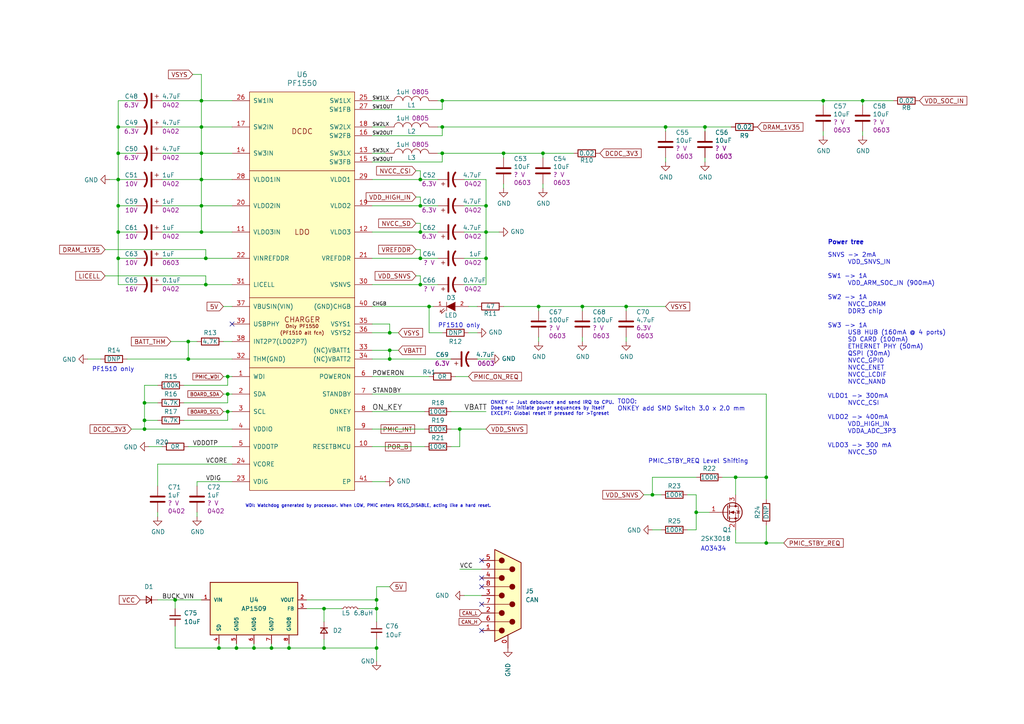
<source format=kicad_sch>
(kicad_sch (version 20211123) (generator eeschema)
  (paper "A4")
  (junction (at 78.74 187.96))
  (junction (at 121.92 74.93))
  (junction (at 59.69 74.93))
  (junction (at 168.91 88.9))
  (junction (at 193.04 36.83))
  (junction (at 34.29 74.93))
  (junction (at 50.8 173.99))
  (junction (at 250.19 29.21))
  (junction (at 121.92 52.07))
  (junction (at 93.98 187.96))
  (junction (at 109.22 176.53))
  (junction (at 34.29 36.83))
  (junction (at 121.92 67.31))
  (junction (at 238.76 29.21))
  (junction (at 66.04 114.3))
  (junction (at 140.97 74.93))
  (junction (at 204.47 36.83))
  (junction (at 41.91 116.84))
  (junction (at 34.29 59.69))
  (junction (at 140.97 59.69))
  (junction (at 83.82 187.96))
  (junction (at 222.25 138.43))
  (junction (at 222.25 157.48))
  (junction (at 113.03 104.14))
  (junction (at 201.93 148.59))
  (junction (at 140.97 67.31))
  (junction (at 121.92 82.55))
  (junction (at 113.03 101.6))
  (junction (at 58.42 44.45))
  (junction (at 109.22 187.96))
  (junction (at 58.42 59.69))
  (junction (at 128.27 36.83))
  (junction (at 34.29 52.07))
  (junction (at 133.35 124.46))
  (junction (at 34.29 44.45))
  (junction (at 128.27 44.45))
  (junction (at 213.36 138.43))
  (junction (at 68.58 187.96))
  (junction (at 113.03 96.52))
  (junction (at 59.69 82.55))
  (junction (at 73.66 187.96))
  (junction (at 41.91 124.46))
  (junction (at 128.27 29.21))
  (junction (at 58.42 29.21))
  (junction (at 93.98 176.53))
  (junction (at 121.92 59.69))
  (junction (at 156.21 88.9))
  (junction (at 109.22 173.99))
  (junction (at 181.61 88.9))
  (junction (at 63.5 187.96))
  (junction (at 124.46 88.9))
  (junction (at 66.04 119.38))
  (junction (at 54.61 99.06))
  (junction (at 58.42 36.83))
  (junction (at 54.61 104.14))
  (junction (at 34.29 67.31))
  (junction (at 66.04 109.22))
  (junction (at 146.05 44.45))
  (junction (at 41.91 121.92))
  (junction (at 157.48 44.45))
  (junction (at 58.42 52.07))
  (junction (at 189.23 143.51))
  (junction (at 58.42 67.31))
  (no_connect (at 139.7 162.56))
  (no_connect (at 67.31 93.98))
  (no_connect (at 139.7 170.18))
  (no_connect (at 139.7 182.88))
  (no_connect (at 139.7 175.26))
  (no_connect (at 139.7 167.64))
  (wire (pts (xy 146.05 88.9) (xy 156.21 88.9)))
  (wire (pts (xy 201.93 153.67) (xy 199.39 153.67)))
  (wire (pts (xy 54.61 99.06) (xy 49.53 99.06)))
  (wire (pts (xy 58.42 36.83) (xy 67.31 36.83)))
  (wire (pts (xy 68.58 186.69) (xy 68.58 187.96)))
  (wire (pts (xy 46.99 29.21) (xy 58.42 29.21)))
  (wire (pts (xy 57.15 148.59) (xy 57.15 149.86)))
  (wire (pts (xy 57.15 140.97) (xy 57.15 139.7)))
  (wire (pts (xy 78.74 187.96) (xy 83.82 187.96)))
  (wire (pts (xy 46.99 82.55) (xy 59.69 82.55)))
  (wire (pts (xy 124.46 88.9) (xy 124.46 96.52)))
  (wire (pts (xy 58.42 36.83) (xy 58.42 44.45)))
  (wire (pts (xy 133.35 124.46) (xy 133.35 129.54)))
  (wire (pts (xy 58.42 59.69) (xy 67.31 59.69)))
  (wire (pts (xy 58.42 29.21) (xy 67.31 29.21)))
  (wire (pts (xy 128.27 29.21) (xy 238.76 29.21)))
  (wire (pts (xy 121.92 82.55) (xy 127 82.55)))
  (wire (pts (xy 104.14 176.53) (xy 109.22 176.53)))
  (wire (pts (xy 168.91 88.9) (xy 181.61 88.9)))
  (wire (pts (xy 50.8 173.99) (xy 58.42 173.99)))
  (wire (pts (xy 127 36.83) (xy 128.27 36.83)))
  (wire (pts (xy 109.22 173.99) (xy 109.22 176.53)))
  (wire (pts (xy 45.72 111.76) (xy 41.91 111.76)))
  (wire (pts (xy 68.58 187.96) (xy 73.66 187.96)))
  (wire (pts (xy 93.98 187.96) (xy 109.22 187.96)))
  (wire (pts (xy 58.42 21.59) (xy 58.42 29.21)))
  (wire (pts (xy 222.25 138.43) (xy 213.36 138.43)))
  (wire (pts (xy 66.04 114.3) (xy 66.04 116.84)))
  (wire (pts (xy 133.35 129.54) (xy 130.81 129.54)))
  (wire (pts (xy 204.47 36.83) (xy 212.09 36.83)))
  (wire (pts (xy 46.99 44.45) (xy 58.42 44.45)))
  (wire (pts (xy 222.25 144.78) (xy 222.25 138.43)))
  (wire (pts (xy 34.29 82.55) (xy 39.37 82.55)))
  (wire (pts (xy 93.98 176.53) (xy 93.98 180.34)))
  (wire (pts (xy 58.42 67.31) (xy 67.31 67.31)))
  (wire (pts (xy 156.21 97.79) (xy 156.21 99.06)))
  (wire (pts (xy 222.25 114.3) (xy 222.25 138.43)))
  (wire (pts (xy 120.65 64.77) (xy 121.92 64.77)))
  (wire (pts (xy 66.04 109.22) (xy 67.31 109.22)))
  (wire (pts (xy 213.36 157.48) (xy 213.36 153.67)))
  (wire (pts (xy 193.04 38.1) (xy 193.04 36.83)))
  (wire (pts (xy 109.22 170.18) (xy 109.22 173.99)))
  (wire (pts (xy 66.04 114.3) (xy 64.77 114.3)))
  (wire (pts (xy 120.65 49.53) (xy 121.92 49.53)))
  (wire (pts (xy 45.72 134.62) (xy 67.31 134.62)))
  (wire (pts (xy 121.92 64.77) (xy 121.92 67.31)))
  (wire (pts (xy 54.61 104.14) (xy 36.83 104.14)))
  (wire (pts (xy 130.81 119.38) (xy 140.97 119.38)))
  (wire (pts (xy 134.62 67.31) (xy 140.97 67.31)))
  (wire (pts (xy 39.37 59.69) (xy 34.29 59.69)))
  (wire (pts (xy 120.65 72.39) (xy 121.92 72.39)))
  (wire (pts (xy 66.04 119.38) (xy 67.31 119.38)))
  (wire (pts (xy 113.03 96.52) (xy 115.57 96.52)))
  (wire (pts (xy 64.77 99.06) (xy 67.31 99.06)))
  (wire (pts (xy 107.95 139.7) (xy 111.76 139.7)))
  (wire (pts (xy 181.61 90.17) (xy 181.61 88.9)))
  (wire (pts (xy 201.93 138.43) (xy 189.23 138.43)))
  (wire (pts (xy 34.29 29.21) (xy 34.29 36.83)))
  (wire (pts (xy 107.95 119.38) (xy 123.19 119.38)))
  (wire (pts (xy 157.48 45.72) (xy 157.48 44.45)))
  (wire (pts (xy 227.33 157.48) (xy 222.25 157.48)))
  (wire (pts (xy 189.23 138.43) (xy 189.23 143.51)))
  (wire (pts (xy 107.95 36.83) (xy 111.76 36.83)))
  (wire (pts (xy 34.29 52.07) (xy 34.29 59.69)))
  (wire (pts (xy 134.62 59.69) (xy 140.97 59.69)))
  (wire (pts (xy 34.29 36.83) (xy 34.29 44.45)))
  (wire (pts (xy 63.5 186.69) (xy 63.5 187.96)))
  (wire (pts (xy 34.29 52.07) (xy 31.75 52.07)))
  (wire (pts (xy 128.27 46.99) (xy 128.27 44.45)))
  (wire (pts (xy 67.31 104.14) (xy 54.61 104.14)))
  (wire (pts (xy 78.74 186.69) (xy 78.74 187.96)))
  (wire (pts (xy 109.22 187.96) (xy 109.22 185.42)))
  (wire (pts (xy 113.03 104.14) (xy 130.81 104.14)))
  (wire (pts (xy 107.95 59.69) (xy 121.92 59.69)))
  (wire (pts (xy 30.48 72.39) (xy 59.69 72.39)))
  (wire (pts (xy 107.95 93.98) (xy 113.03 93.98)))
  (wire (pts (xy 34.29 44.45) (xy 34.29 52.07)))
  (wire (pts (xy 128.27 44.45) (xy 146.05 44.45)))
  (wire (pts (xy 128.27 31.75) (xy 107.95 31.75)))
  (wire (pts (xy 113.03 93.98) (xy 113.03 96.52)))
  (wire (pts (xy 193.04 45.72) (xy 193.04 46.99)))
  (wire (pts (xy 204.47 45.72) (xy 204.47 46.99)))
  (wire (pts (xy 121.92 80.01) (xy 121.92 82.55)))
  (wire (pts (xy 93.98 185.42) (xy 93.98 187.96)))
  (wire (pts (xy 142.24 104.14) (xy 138.43 104.14)))
  (wire (pts (xy 209.55 138.43) (xy 213.36 138.43)))
  (wire (pts (xy 199.39 143.51) (xy 201.93 143.51)))
  (wire (pts (xy 34.29 67.31) (xy 39.37 67.31)))
  (wire (pts (xy 50.8 187.96) (xy 63.5 187.96)))
  (wire (pts (xy 67.31 124.46) (xy 41.91 124.46)))
  (wire (pts (xy 121.92 67.31) (xy 127 67.31)))
  (wire (pts (xy 191.77 143.51) (xy 189.23 143.51)))
  (wire (pts (xy 45.72 173.99) (xy 50.8 173.99)))
  (wire (pts (xy 130.81 124.46) (xy 133.35 124.46)))
  (wire (pts (xy 146.05 45.72) (xy 146.05 44.45)))
  (wire (pts (xy 107.95 67.31) (xy 121.92 67.31)))
  (wire (pts (xy 58.42 52.07) (xy 58.42 59.69)))
  (wire (pts (xy 54.61 129.54) (xy 67.31 129.54)))
  (wire (pts (xy 168.91 97.79) (xy 168.91 99.06)))
  (wire (pts (xy 107.95 114.3) (xy 222.25 114.3)))
  (wire (pts (xy 88.9 173.99) (xy 109.22 173.99)))
  (wire (pts (xy 140.97 52.07) (xy 140.97 59.69)))
  (wire (pts (xy 64.77 88.9) (xy 67.31 88.9)))
  (wire (pts (xy 121.92 72.39) (xy 121.92 74.93)))
  (wire (pts (xy 181.61 97.79) (xy 181.61 99.06)))
  (wire (pts (xy 120.65 57.15) (xy 121.92 57.15)))
  (wire (pts (xy 193.04 36.83) (xy 204.47 36.83)))
  (wire (pts (xy 128.27 31.75) (xy 128.27 29.21)))
  (wire (pts (xy 34.29 74.93) (xy 34.29 82.55)))
  (wire (pts (xy 25.4 104.14) (xy 29.21 104.14)))
  (wire (pts (xy 201.93 143.51) (xy 201.93 148.59)))
  (wire (pts (xy 59.69 74.93) (xy 67.31 74.93)))
  (wire (pts (xy 121.92 49.53) (xy 121.92 52.07)))
  (wire (pts (xy 127 44.45) (xy 128.27 44.45)))
  (wire (pts (xy 41.91 116.84) (xy 41.91 121.92)))
  (wire (pts (xy 128.27 36.83) (xy 193.04 36.83)))
  (wire (pts (xy 156.21 90.17) (xy 156.21 88.9)))
  (wire (pts (xy 168.91 90.17) (xy 168.91 88.9)))
  (wire (pts (xy 41.91 124.46) (xy 38.1 124.46)))
  (wire (pts (xy 146.05 53.34) (xy 146.05 54.61)))
  (wire (pts (xy 107.95 82.55) (xy 121.92 82.55)))
  (wire (pts (xy 238.76 30.48) (xy 238.76 29.21)))
  (wire (pts (xy 121.92 74.93) (xy 107.95 74.93)))
  (wire (pts (xy 250.19 38.1) (xy 250.19 39.37)))
  (wire (pts (xy 107.95 88.9) (xy 124.46 88.9)))
  (wire (pts (xy 146.05 44.45) (xy 157.48 44.45)))
  (wire (pts (xy 66.04 119.38) (xy 66.04 121.92)))
  (wire (pts (xy 41.91 121.92) (xy 41.91 124.46)))
  (wire (pts (xy 39.37 29.21) (xy 34.29 29.21)))
  (wire (pts (xy 34.29 52.07) (xy 39.37 52.07)))
  (wire (pts (xy 186.69 143.51) (xy 189.23 143.51)))
  (wire (pts (xy 238.76 38.1) (xy 238.76 39.37)))
  (wire (pts (xy 55.88 21.59) (xy 58.42 21.59)))
  (wire (pts (xy 30.48 80.01) (xy 59.69 80.01)))
  (wire (pts (xy 58.42 44.45) (xy 58.42 52.07)))
  (wire (pts (xy 50.8 173.99) (xy 50.8 176.53)))
  (wire (pts (xy 73.66 186.69) (xy 73.66 187.96)))
  (wire (pts (xy 39.37 44.45) (xy 34.29 44.45)))
  (wire (pts (xy 73.66 187.96) (xy 78.74 187.96)))
  (wire (pts (xy 41.91 116.84) (xy 45.72 116.84)))
  (wire (pts (xy 54.61 104.14) (xy 54.61 99.06)))
  (wire (pts (xy 127 29.21) (xy 128.27 29.21)))
  (wire (pts (xy 107.95 124.46) (xy 123.19 124.46)))
  (wire (pts (xy 121.92 59.69) (xy 127 59.69)))
  (wire (pts (xy 124.46 96.52) (xy 128.27 96.52)))
  (wire (pts (xy 58.42 44.45) (xy 67.31 44.45)))
  (wire (pts (xy 181.61 88.9) (xy 193.04 88.9)))
  (wire (pts (xy 201.93 148.59) (xy 201.93 153.67)))
  (wire (pts (xy 204.47 38.1) (xy 204.47 36.83)))
  (wire (pts (xy 107.95 101.6) (xy 113.03 101.6)))
  (wire (pts (xy 140.97 82.55) (xy 134.62 82.55)))
  (wire (pts (xy 157.48 53.34) (xy 157.48 54.61)))
  (wire (pts (xy 222.25 152.4) (xy 222.25 157.48)))
  (wire (pts (xy 133.35 124.46) (xy 140.97 124.46)))
  (wire (pts (xy 53.34 116.84) (xy 66.04 116.84)))
  (wire (pts (xy 83.82 187.96) (xy 93.98 187.96)))
  (wire (pts (xy 109.22 187.96) (xy 109.22 191.77)))
  (wire (pts (xy 58.42 59.69) (xy 58.42 67.31)))
  (wire (pts (xy 64.77 119.38) (xy 66.04 119.38)))
  (wire (pts (xy 113.03 96.52) (xy 107.95 96.52)))
  (wire (pts (xy 45.72 148.59) (xy 45.72 149.86)))
  (wire (pts (xy 113.03 101.6) (xy 113.03 104.14)))
  (wire (pts (xy 115.57 101.6) (xy 113.03 101.6)))
  (wire (pts (xy 107.95 46.99) (xy 128.27 46.99)))
  (wire (pts (xy 53.34 121.92) (xy 66.04 121.92)))
  (wire (pts (xy 59.69 80.01) (xy 59.69 82.55)))
  (wire (pts (xy 120.65 80.01) (xy 121.92 80.01)))
  (wire (pts (xy 46.99 74.93) (xy 59.69 74.93)))
  (wire (pts (xy 250.19 29.21) (xy 259.08 29.21)))
  (wire (pts (xy 54.61 99.06) (xy 57.15 99.06)))
  (wire (pts (xy 107.95 109.22) (xy 124.46 109.22)))
  (wire (pts (xy 140.97 59.69) (xy 140.97 67.31)))
  (wire (pts (xy 46.99 52.07) (xy 58.42 52.07)))
  (wire (pts (xy 45.72 140.97) (xy 45.72 134.62)))
  (wire (pts (xy 59.69 82.55) (xy 67.31 82.55)))
  (wire (pts (xy 113.03 104.14) (xy 107.95 104.14)))
  (wire (pts (xy 140.97 74.93) (xy 140.97 82.55)))
  (wire (pts (xy 63.5 187.96) (xy 68.58 187.96)))
  (wire (pts (xy 88.9 176.53) (xy 93.98 176.53)))
  (wire (pts (xy 121.92 52.07) (xy 127 52.07)))
  (wire (pts (xy 46.99 67.31) (xy 58.42 67.31)))
  (wire (pts (xy 238.76 29.21) (xy 250.19 29.21)))
  (wire (pts (xy 109.22 176.53) (xy 109.22 180.34)))
  (wire (pts (xy 57.15 139.7) (xy 67.31 139.7)))
  (wire (pts (xy 58.42 52.07) (xy 67.31 52.07)))
  (wire (pts (xy 222.25 157.48) (xy 213.36 157.48)))
  (wire (pts (xy 156.21 88.9) (xy 168.91 88.9)))
  (wire (pts (xy 34.29 74.93) (xy 39.37 74.93)))
  (wire (pts (xy 34.29 67.31) (xy 34.29 74.93)))
  (wire (pts (xy 121.92 57.15) (xy 121.92 59.69)))
  (wire (pts (xy 41.91 121.92) (xy 45.72 121.92)))
  (wire (pts (xy 134.62 52.07) (xy 140.97 52.07)))
  (wire (pts (xy 107.95 29.21) (xy 111.76 29.21)))
  (wire (pts (xy 64.77 109.22) (xy 66.04 109.22)))
  (wire (pts (xy 128.27 39.37) (xy 128.27 36.83)))
  (wire (pts (xy 133.35 165.1) (xy 139.7 165.1)))
  (wire (pts (xy 107.95 129.54) (xy 123.19 129.54)))
  (wire (pts (xy 66.04 109.22) (xy 66.04 111.76)))
  (wire (pts (xy 191.77 153.67) (xy 189.23 153.67)))
  (wire (pts (xy 67.31 114.3) (xy 66.04 114.3)))
  (wire (pts (xy 34.29 59.69) (xy 34.29 67.31)))
  (wire (pts (xy 140.97 67.31) (xy 140.97 74.93)))
  (wire (pts (xy 107.95 52.07) (xy 121.92 52.07)))
  (wire (pts (xy 58.42 29.21) (xy 58.42 36.83)))
  (wire (pts (xy 132.08 109.22) (xy 135.89 109.22)))
  (wire (pts (xy 59.69 72.39) (xy 59.69 74.93)))
  (wire (pts (xy 93.98 176.53) (xy 99.06 176.53)))
  (wire (pts (xy 124.46 88.9) (xy 125.73 88.9)))
  (wire (pts (xy 46.99 36.83) (xy 58.42 36.83)))
  (wire (pts (xy 157.48 44.45) (xy 166.37 44.45)))
  (wire (pts (xy 201.93 148.59) (xy 205.74 148.59)))
  (wire (pts (xy 109.22 170.18) (xy 113.03 170.18)))
  (wire (pts (xy 46.99 129.54) (xy 43.18 129.54)))
  (wire (pts (xy 83.82 186.69) (xy 83.82 187.96)))
  (wire (pts (xy 134.62 74.93) (xy 140.97 74.93)))
  (wire (pts (xy 127 74.93) (xy 121.92 74.93)))
  (wire (pts (xy 107.95 39.37) (xy 128.27 39.37)))
  (wire (pts (xy 50.8 187.96) (xy 50.8 181.61)))
  (wire (pts (xy 135.89 96.52) (xy 138.43 96.52)))
  (wire (pts (xy 53.34 111.76) (xy 66.04 111.76)))
  (wire (pts (xy 135.89 88.9) (xy 138.43 88.9)))
  (wire (pts (xy 46.99 59.69) (xy 58.42 59.69)))
  (wire (pts (xy 250.19 30.48) (xy 250.19 29.21)))
  (wire (pts (xy 134.62 172.72) (xy 139.7 172.72)))
  (wire (pts (xy 213.36 138.43) (xy 213.36 143.51)))
  (wire (pts (xy 140.97 67.31) (xy 144.78 67.31)))
  (wire (pts (xy 41.91 111.76) (xy 41.91 116.84)))
  (wire (pts (xy 34.29 36.83) (xy 39.37 36.83)))
  (wire (pts (xy 107.95 44.45) (xy 111.76 44.45)))
  (text "WDI: Watchdog generated by processor. When LOW, PMIC enters REGS_DISABLE, acting like a hard reset." (at 71.12 147.32 0) (effects (font (size 0.889 0.889)) (justify left bottom)))
  (text "AO3434" (at 203.2 160.02 0) (effects (font (size 1.27 1.27)) (justify left bottom)))
  (text "PF1510 only" (at 127 95.25 0) (effects (font (size 1.27 1.27)) (justify left bottom)))
  (text "TODO:\nONKEY add SMD Switch 3.0 x 2.0 mm" (at 179.07 119.38 0) (effects (font (size 1.27 1.27)) (justify left bottom)))
  (text "PMIC_STBY_REQ Level Shifting" (at 187.96 134.62 0) (effects (font (size 1.27 1.27)) (justify left bottom)))
  (text "PF1510 only" (at 26.67 107.95 0) (effects (font (size 1.27 1.27)) (justify left bottom)))
  (text "SNVS -> 2mA\n      VDD_SNVS_IN\n\nSW1 -> 1A\n      VDD_ARM_SOC_IN (900mA)\n\nSW2 -> 1A\n      NVCC_DRAM\n      DDR3 chip\n\nSW3 -> 1A\n      USB HUB (160mA @ 4 ports)\n      SD CARD (100mA)\n      ETHERNET PHY (50mA)\n      QSPI (30mA) \n      NVCC_GPIO\n      NVCC_ENET\n      NVCC_LCDIF\n      NVCC_NAND\n\nVLDO1 -> 300mA\n      NVCC_CSI\n\nVLDO2 -> 400mA\n      VDD_HIGH_IN\n      VDDA_ADC_3P3\n\nVLDO3 -> 300 mA\n      NVCC_SD" (at 240.03 132.08 0) (effects (font (size 1.27 1.27)) (justify left bottom)))
  (text "ONKEY - Just debounce and send IRQ to CPU.\nDoes not initiate power sequences by itself\nEXCEPT: Global reset if pressed for >Tgreset" (at 142.24 120.65 0) (effects (font (size 0.9906 0.9906)) (justify left bottom)))
  (text "Power tree" (at 240.03 71.12 0) (effects (font (size 1.27 1.27) (thickness 0.254) bold) (justify left bottom)))
  (label "SW2OUT" (at 107.95 39.37 0) (effects (font (size 0.9906 0.9906))))
  (label "POWERON" (at 107.95 109.22 0))
  (label "SW1OUT" (at 107.95 31.75 0) (effects (font (size 0.9906 0.9906))))
  (label "VDDOTP" (at 55.88 129.54 0))
  (label "SW3OUT" (at 107.95 46.99 0) (effects (font (size 0.9906 0.9906))))
  (label "SW3LX" (at 107.95 44.45 0) (effects (font (size 0.9906 0.9906))))
  (label "BUCK_VIN" (at 46.99 173.99 0))
  (label "ON_KEY" (at 107.95 119.38 0) (effects (font (size 1.524 1.524))))
  (label "SW1LX" (at 107.95 29.21 0) (effects (font (size 0.9906 0.9906))))
  (label "VBATT" (at 134.62 119.38 0) (effects (font (size 1.524 1.524))))
  (label "STANDBY" (at 107.95 114.3 0))
  (label "CHGB" (at 107.95 88.9 0) (effects (font (size 0.9906 0.9906))))
  (label "VCC" (at 133.35 165.1 0))
  (label "VDIG" (at 59.69 139.7 0))
  (label "VCORE" (at 59.69 134.62 0))
  (label "SW2LX" (at 107.95 36.83 0) (effects (font (size 0.9906 0.9906))))
  (global_label "NVCC_CSI" (shape input) (at 120.65 49.53 180) (property "Intersheet References" "${INTERSHEET_REFS}" (effects hide)))
  (global_label "PMIC_WDI" (shape input) (at 64.77 109.22 180) (effects (font (size 0.9906 0.9906))) (property "Intersheet References" "${INTERSHEET_REFS}" (effects hide)))
  (global_label "CAN_L" (shape input) (at 139.7 177.8 180) (effects (font (size 0.9906 0.9906))) (property "Intersheet References" "${INTERSHEET_REFS}" (effects hide)))
  (global_label "LICELL" (shape input) (at 30.48 80.01 180) (property "Intersheet References" "${INTERSHEET_REFS}" (effects hide)))
  (global_label "DCDC_3V3" (shape input) (at 38.1 124.46 180) (property "Intersheet References" "${INTERSHEET_REFS}" (effects hide)))
  (global_label "NVCC_SD" (shape input) (at 120.65 64.77 180) (property "Intersheet References" "${INTERSHEET_REFS}" (effects hide)))
  (global_label "VDD_SNVS" (shape input) (at 140.97 124.46 0) (property "Intersheet References" "${INTERSHEET_REFS}" (effects hide)))
  (global_label "VBATT" (shape input) (at 115.57 101.6 0) (property "Intersheet References" "${INTERSHEET_REFS}" (effects hide)))
  (global_label "VDD_SOC_IN" (shape input) (at 266.7 29.21 0) (property "Intersheet References" "${INTERSHEET_REFS}" (effects hide)))
  (global_label "VCC" (shape input) (at 40.64 173.99 180) (property "Intersheet References" "${INTERSHEET_REFS}" (effects hide)))
  (global_label "PMIC_INT" (shape passive) (at 110.49 124.46 0) (property "Intersheet References" "${INTERSHEET_REFS}" (effects hide)))
  (global_label "5V" (shape input) (at 113.03 170.18 0) (property "Intersheet References" "${INTERSHEET_REFS}" (effects hide)))
  (global_label "BATT_THM" (shape input) (at 49.53 99.06 180) (property "Intersheet References" "${INTERSHEET_REFS}" (effects hide)))
  (global_label "VDD_HIGH_IN" (shape input) (at 120.65 57.15 180) (property "Intersheet References" "${INTERSHEET_REFS}" (effects hide)))
  (global_label "DRAM_1V35" (shape input) (at 30.48 72.39 180) (property "Intersheet References" "${INTERSHEET_REFS}" (effects hide)))
  (global_label "VDD_SNVS" (shape input) (at 186.69 143.51 180) (property "Intersheet References" "${INTERSHEET_REFS}" (effects hide)))
  (global_label "DCDC_3V3" (shape input) (at 173.99 44.45 0) (property "Intersheet References" "${INTERSHEET_REFS}" (effects hide)))
  (global_label "VSYS" (shape input) (at 115.57 96.52 0) (property "Intersheet References" "${INTERSHEET_REFS}" (effects hide)))
  (global_label "VSYS" (shape input) (at 193.04 88.9 0) (property "Intersheet References" "${INTERSHEET_REFS}" (effects hide)))
  (global_label "VSYS" (shape input) (at 55.88 21.59 180) (property "Intersheet References" "${INTERSHEET_REFS}" (effects hide)))
  (global_label "POR_B" (shape passive) (at 111.76 129.54 0) (property "Intersheet References" "${INTERSHEET_REFS}" (effects hide)))
  (global_label "DRAM_1V35" (shape input) (at 219.71 36.83 0) (property "Intersheet References" "${INTERSHEET_REFS}" (effects hide)))
  (global_label "BOARD_SCL" (shape input) (at 64.77 119.38 180) (effects (font (size 0.9906 0.9906))) (property "Intersheet References" "${INTERSHEET_REFS}" (effects hide)))
  (global_label "PMIC_ON_REQ" (shape input) (at 135.89 109.22 0) (property "Intersheet References" "${INTERSHEET_REFS}" (effects hide)))
  (global_label "VDD_SNVS" (shape input) (at 120.65 80.01 180) (property "Intersheet References" "${INTERSHEET_REFS}" (effects hide)))
  (global_label "PMIC_STBY_REQ" (shape input) (at 227.33 157.48 0) (property "Intersheet References" "${INTERSHEET_REFS}" (effects hide)))
  (global_label "VREFDDR" (shape input) (at 120.65 72.39 180) (property "Intersheet References" "${INTERSHEET_REFS}" (effects hide)))
  (global_label "CAN_H" (shape input) (at 139.7 180.34 180) (effects (font (size 0.9906 0.9906))) (property "Intersheet References" "${INTERSHEET_REFS}" (effects hide)))
  (global_label "5V" (shape input) (at 64.77 88.9 180) (property "Intersheet References" "${INTERSHEET_REFS}" (effects hide)))
  (global_label "BOARD_SDA" (shape input) (at 64.77 114.3 180) (effects (font (size 0.9906 0.9906))) (property "Intersheet References" "${INTERSHEET_REFS}" (effects hide)))
  (symbol (lib_id "custom_components:PF1550") (at 87.63 26.67 0) (unit 1)
    (property "Reference" "U6" (at 87.63 21.59 0) (effects (font (size 1.524 1.524))))
    (property "Value" "PF1550" (at 87.63 24.13 0) (effects (font (size 1.524 1.524))))
    (property "Footprint" "Package_DFN_QFN:QFN-40-1EP_5x5mm_P0.4mm_EP3.6x3.6mm_ThermalVias" (effects hide))
    (property "DNP" "DNP" (effects hide))
    (property "MPN" "MC32PF1550A1EPR2" (effects hide))
  )
  (symbol (lib_id "nano-rescue:CP1") (at 43.18 29.21 270) (unit 1)
    (property "Reference" "C48" (at 38.1 27.94 90))
    (property "Value" "4.7uF" (at 46.99 27.94 90) (effects (justify left)))
    (property "Footprint" "Custom Components:C_0402_narrow" (effects hide))
    (property "Voltage" "6.3V" (at 38.1 30.48 90))
    (property "SMD Size" "0402" (at 49.53 30.48 90))
    (property "LCSC" "C23733" (effects hide))
    (property "MPN" "CL05A475MP5NRNC" (effects hide))
    (property "PACKAGE" "0402" (effects hide))
    (property "DESCRIPTION" "CAP CER 4.7UF 6.3V X6S 0402" (effects hide))
  )
  (symbol (lib_id "nano-rescue:LED-RESCUE-nano") (at 130.81 88.9 0) (unit 1)
    (property "Reference" "D3" (at 130.81 86.36 0))
    (property "Value" "LED" (at 130.81 91.44 0))
    (property "Footprint" "LED_SMD:LED_0402_1005Metric" (effects hide))
    (property "DNP" "DNP" (effects hide))
    (property "PACKAGE" "0402" (effects hide))
  )
  (symbol (lib_id "nano-rescue:R") (at 142.24 88.9 90) (mirror x) (unit 1)
    (property "Reference" "R11" (at 142.24 90.932 90))
    (property "Value" "47" (at 142.24 88.9 90))
    (property "Footprint" "Custom Components:R_0402_narrow" (effects hide))
    (property "PACKAGE" "0402" (effects hide))
    (property "DNP" "DNP" (effects hide))
  )
  (symbol (lib_id "nano-rescue:INDUCTOR") (at 119.38 29.21 270) (mirror x) (unit 1)
    (property "Reference" "L1" (at 119.38 30.48 90))
    (property "Value" "1uH" (at 116.84 26.67 90))
    (property "Footprint" "Custom Components:L_0805_narrow" (effects hide))
    (property "SMD size" "0805" (at 121.92 26.67 90))
    (property "LCSC" "C1042" (effects hide))
    (property "MPN" "SDFL2012Q1R0KTF" (effects hide))
    (property "DESCRIPTION" "FIXED IND 1UH SMD" (effects hide))
    (property "PACKAGE" "0805" (effects hide))
  )
  (symbol (lib_id "nano-rescue:R") (at 262.89 29.21 90) (mirror x) (unit 1)
    (property "Reference" "R8" (at 262.89 31.242 90))
    (property "Value" "0.02" (at 262.89 29.21 90))
    (property "Footprint" "Custom Components:R_0402_narrow" (effects hide))
    (property "MPN" "PE0402FRF070R02L" (effects hide))
    (property "PACKAGE" "0402" (effects hide))
    (property "DESCRIPTION" "RES 0.02 OHM 1% 1/16W 0402" (effects hide))
  )
  (symbol (lib_id "nano-rescue:R") (at 215.9 36.83 90) (mirror x) (unit 1)
    (property "Reference" "R9" (at 215.9 39.37 90))
    (property "Value" "0.02" (at 215.9 36.83 90))
    (property "Footprint" "Custom Components:R_0402_narrow" (effects hide))
    (property "MPN" "PE0402FRF070R02L" (effects hide))
    (property "PACKAGE" "0402" (effects hide))
    (property "DESCRIPTION" "RES 0.02 OHM 1% 1/16W 0402" (effects hide))
  )
  (symbol (lib_id "nano-rescue:R") (at 170.18 44.45 90) (mirror x) (unit 1)
    (property "Reference" "R10" (at 170.18 46.482 90))
    (property "Value" "0.02" (at 170.18 44.45 90))
    (property "Footprint" "Custom Components:R_0402_narrow" (effects hide))
    (property "MPN" "PE0402FRF070R02L" (effects hide))
    (property "PACKAGE" "0402" (effects hide))
    (property "DESCRIPTION" "RES 0.02 OHM 1% 1/16W 0402" (effects hide))
  )
  (symbol (lib_id "nano-rescue:R") (at 49.53 111.76 90) (mirror x) (unit 1)
    (property "Reference" "R15" (at 49.53 109.22 90))
    (property "Value" "100K" (at 49.53 111.76 90))
    (property "Footprint" "Custom Components:R_0402_narrow" (effects hide))
    (property "LCSC" "C25741" (effects hide))
    (property "MPN" "0402WGF1003TCE" (effects hide))
    (property "PACKAGE" "0402" (effects hide))
    (property "DESCRIPTION" "RES 100K OHM 5% 1/16W 0402" (effects hide))
  )
  (symbol (lib_id "nano-rescue:R") (at 49.53 116.84 90) (mirror x) (unit 1)
    (property "Reference" "R16" (at 49.53 114.3 90))
    (property "Value" "4.7K" (at 49.53 116.84 90))
    (property "Footprint" "Custom Components:R_0402_narrow" (effects hide))
    (property "LCSC" "C25900" (effects hide))
    (property "MPN" "0402WGF4701TCE" (effects hide))
    (property "PACKAGE" "0402" (effects hide))
    (property "DESCRIPTION" "RES 4.7K OHM 5% 1/16W 0402" (effects hide))
  )
  (symbol (lib_id "nano-rescue:R") (at 49.53 121.92 90) (mirror x) (unit 1)
    (property "Reference" "R17" (at 49.53 119.38 90))
    (property "Value" "4.7K" (at 49.53 121.92 90))
    (property "Footprint" "Custom Components:R_0402_narrow" (effects hide))
    (property "LCSC" "C25900" (effects hide))
    (property "MPN" "0402WGF4701TCE" (effects hide))
    (property "PACKAGE" "0402" (effects hide))
    (property "DESCRIPTION" "RES 4.7K OHM 5% 1/16W 0402" (effects hide))
  )
  (symbol (lib_id "nano-rescue:R") (at 127 124.46 90) (mirror x) (unit 1)
    (property "Reference" "R19" (at 127 121.92 90))
    (property "Value" "100K" (at 127 124.46 90))
    (property "Footprint" "Custom Components:R_0402_narrow" (effects hide))
    (property "LCSC" "C25741" (effects hide))
    (property "MPN" "0402WGF1003TCE" (effects hide))
    (property "PACKAGE" "0402" (effects hide))
    (property "DESCRIPTION" "RES 100K OHM 5% 1/16W 0402" (effects hide))
  )
  (symbol (lib_id "nano-rescue:R") (at 127 129.54 90) (mirror x) (unit 1)
    (property "Reference" "R21" (at 127 127 90))
    (property "Value" "100K" (at 127 129.54 90))
    (property "Footprint" "Custom Components:R_0402_narrow" (effects hide))
    (property "LCSC" "C25741" (effects hide))
    (property "MPN" "0402WGF1003TCE" (effects hide))
    (property "PACKAGE" "0402" (effects hide))
    (property "DESCRIPTION" "RES 100K OHM 5% 1/16W 0402" (effects hide))
  )
  (symbol (lib_id "nano-rescue:R") (at 127 119.38 90) (mirror x) (unit 1)
    (property "Reference" "R18" (at 127 116.84 90))
    (property "Value" "100K" (at 127 119.38 90))
    (property "Footprint" "Custom Components:R_0402_narrow" (effects hide))
    (property "LCSC" "C25741" (effects hide))
    (property "MPN" "0402WGF1003TCE" (effects hide))
    (property "PACKAGE" "0402" (effects hide))
    (property "DESCRIPTION" "RES 100K OHM 5% 1/16W 0402" (effects hide))
  )
  (symbol (lib_id "nano-rescue:R") (at 50.8 129.54 90) (mirror x) (unit 1)
    (property "Reference" "R20" (at 46.99 128.27 90))
    (property "Value" "0R" (at 50.8 129.54 90))
    (property "Footprint" "Custom Components:R_0402_narrow" (effects hide))
    (property "LCSC" "C17168" (effects hide))
    (property "MPN" "0402WGF0000TCE" (effects hide))
    (property "PACKAGE" "0402" (effects hide))
    (property "DESCRIPTION" "RES 0 OHM JUMPER 1/16W 0402" (effects hide))
  )
  (symbol (lib_id "nano-rescue:R") (at 60.96 99.06 90) (mirror x) (unit 1)
    (property "Reference" "R13" (at 60.96 96.52 90))
    (property "Value" "4.7K" (at 60.96 99.06 90))
    (property "Footprint" "Custom Components:R_0402_narrow" (effects hide))
    (property "LCSC" "C25900" (effects hide))
    (property "MPN" "0402WGF4701TCE" (effects hide))
    (property "PACKAGE" "0402" (effects hide))
    (property "DESCRIPTION" "RES 4.7K OHM 5% 1/16W 0402" (effects hide))
  )
  (symbol (lib_id "nano-rescue:R") (at 33.02 104.14 90) (mirror x) (unit 1)
    (property "Reference" "R14" (at 33.02 101.6 90))
    (property "Value" "DNP" (at 33.02 104.14 90))
    (property "Footprint" "Custom Components:R_0402_narrow" (effects hide))
    (property "PACKAGE" "0402" (effects hide))
  )
  (symbol (lib_id "nano-rescue:R") (at 132.08 96.52 90) (mirror x) (unit 1)
    (property "Reference" "R12" (at 132.08 99.06 90))
    (property "Value" "DNP" (at 132.08 96.52 90))
    (property "Footprint" "Custom Components:R_0402_narrow" (effects hide))
    (property "PACKAGE" "0402" (effects hide))
  )
  (symbol (lib_id "Device:Q_NMOS_GSD") (at 210.82 148.59 0) (unit 1)
    (property "Reference" "Q1" (at 209.55 153.67 0) (effects (justify left)))
    (property "Value" "2SK3018" (at 203.2 156.21 0) (effects (justify left)))
    (property "Footprint" "Package_TO_SOT_SMD:SOT-23" (effects hide))
    (property "MPN" "2SK3018" (effects hide))
    (property "LCSC" "C8562" (effects hide))
    (property "DESCRIPTION" "MOSFET N-CH 30V 100MA SOT323" (effects hide))
  )
  (symbol (lib_id "nano-rescue:R") (at 195.58 143.51 90) (mirror x) (unit 1)
    (property "Reference" "R23" (at 195.58 140.97 90))
    (property "Value" "100K" (at 195.58 143.51 90))
    (property "Footprint" "Custom Components:R_0402_narrow" (effects hide))
    (property "LCSC" "C25741" (effects hide))
    (property "MPN" "0402WGF1003TCE" (effects hide))
    (property "PACKAGE" "0402" (effects hide))
    (property "DESCRIPTION" "RES 100K OHM 5% 1/16W 0402" (effects hide))
  )
  (symbol (lib_id "nano-rescue:R") (at 195.58 153.67 90) (mirror x) (unit 1)
    (property "Reference" "R25" (at 195.58 151.13 90))
    (property "Value" "100K" (at 195.58 153.67 90))
    (property "Footprint" "Custom Components:R_0402_narrow" (effects hide))
    (property "LCSC" "C25741" (effects hide))
    (property "MPN" "0402WGF1003TCE" (effects hide))
    (property "PACKAGE" "0402" (effects hide))
    (property "DESCRIPTION" "RES 100K OHM 5% 1/16W 0402" (effects hide))
  )
  (symbol (lib_id "nano-rescue:R") (at 205.74 138.43 90) (mirror x) (unit 1)
    (property "Reference" "R22" (at 205.74 135.89 90))
    (property "Value" "100K" (at 205.74 138.43 90))
    (property "Footprint" "Custom Components:R_0402_narrow" (effects hide))
    (property "LCSC" "C25741" (effects hide))
    (property "MPN" "0402WGF1003TCE" (effects hide))
    (property "PACKAGE" "0402" (effects hide))
    (property "DESCRIPTION" "RES 100K OHM 5% 1/16W 0402" (effects hide))
  )
  (symbol (lib_id "nano-rescue:R") (at 222.25 148.59 0) (mirror y) (unit 1)
    (property "Reference" "R24" (at 219.71 148.59 90))
    (property "Value" "DNP" (at 222.25 148.59 90))
    (property "Footprint" "Custom Components:R_0402_narrow" (effects hide))
    (property "PACKAGE" "0402" (effects hide))
  )
  (symbol (lib_id "nano-rescue:R") (at 128.27 109.22 90) (mirror x) (unit 1)
    (property "Reference" "R41" (at 124.46 107.95 90))
    (property "Value" "0R" (at 128.27 109.22 90))
    (property "Footprint" "Custom Components:R_0402_narrow" (effects hide))
    (property "LCSC" "C17168" (effects hide))
    (property "MPN" "0402WGF0000TCE" (effects hide))
    (property "PACKAGE" "0402" (effects hide))
    (property "DESCRIPTION" "RES 0 OHM JUMPER 1/16W 0402" (effects hide))
  )
  (symbol (lib_id "Device:C") (at 204.47 41.91 0) (unit 1)
    (property "Reference" "C56" (at 207.391 38.4302 0) (effects (justify left)))
    (property "Value" "10uF" (at 207.391 40.7416 0) (effects (justify left)))
    (property "Footprint" "Custom Components:C_0603_narrow" (effects hide))
    (property "Voltage" "? V" (at 207.391 43.053 0) (effects (justify left)))
    (property "SMD size" "0603" (at 207.391 45.3644 0) (effects (justify left)))
    (property "LCSC" "C96446" (effects hide))
    (property "MPN" "CL10A106MA8NRNC" (effects hide))
    (property "DESCRIPTION" "CAP CER 10UF 4V X6S 0603" (effects hide))
    (property "PACKAGE" "0603" (effects hide))
  )
  (symbol (lib_id "Device:C") (at 193.04 41.91 0) (unit 1)
    (property "Reference" "C55" (at 195.961 38.4302 0) (effects (justify left)))
    (property "Value" "10uF" (at 195.961 40.7416 0) (effects (justify left)))
    (property "Footprint" "Custom Components:C_0603_narrow" (effects hide))
    (property "Voltage" "? V" (at 195.961 43.053 0) (effects (justify left)))
    (property "SMD size" "0603" (at 195.961 45.3644 0) (effects (justify left)))
    (property "LCSC" "C96446" (effects hide))
    (property "MPN" "CL10A106MA8NRNC" (effects hide))
    (property "DESCRIPTION" "CAP CER 10UF 4V X6S 0603" (effects hide))
    (property "PACKAGE" "0603" (effects hide))
  )
  (symbol (lib_id "nano-rescue:CP1") (at 130.81 67.31 90) (unit 1)
    (property "Reference" "C62" (at 124.46 66.04 90))
    (property "Value" "4.7uF" (at 139.7 66.04 90) (effects (justify left)))
    (property "Footprint" "Custom Components:C_0402_narrow" (effects hide))
    (property "Voltage" "6.3V" (at 124.46 68.58 90))
    (property "SMD Size" "0402" (at 137.16 68.58 90))
    (property "LCSC" "C23733" (effects hide))
    (property "MPN" "CL05A475MP5NRNC" (effects hide))
    (property "PACKAGE" "0402" (effects hide))
    (property "DESCRIPTION" "CAP CER 4.7UF 6.3V X6S 0402" (effects hide))
  )
  (symbol (lib_id "Device:C") (at 45.72 144.78 0) (unit 1)
    (property "Reference" "C71" (at 48.641 141.3002 0) (effects (justify left)))
    (property "Value" "1uF" (at 48.641 143.6116 0) (effects (justify left)))
    (property "Footprint" "Custom Components:C_0402_narrow" (effects hide))
    (property "Voltage" "? V" (at 48.641 145.923 0) (effects (justify left)))
    (property "SMD size" "0402" (at 48.641 148.2344 0) (effects (justify left)))
    (property "LCSC" "C52923" (effects hide))
    (property "MPN" "CL05A105KA5NQNC" (effects hide))
    (property "PACKAGE" "0402" (effects hide))
    (property "DESCRIPTION" "CAP CER 1UF 4V X5R 0402" (effects hide))
  )
  (symbol (lib_id "Device:C") (at 57.15 144.78 0) (unit 1)
    (property "Reference" "C72" (at 60.071 141.3002 0) (effects (justify left)))
    (property "Value" "1uF" (at 60.071 143.6116 0) (effects (justify left)))
    (property "Footprint" "Custom Components:C_0402_narrow" (effects hide))
    (property "Voltage" "? V" (at 60.071 145.923 0) (effects (justify left)))
    (property "SMD size" "0402" (at 60.071 148.2344 0) (effects (justify left)))
    (property "LCSC" "C52923" (effects hide))
    (property "MPN" "CL05A105KA5NQNC" (effects hide))
    (property "PACKAGE" "0402" (effects hide))
    (property "DESCRIPTION" "CAP CER 1UF 4V X5R 0402" (effects hide))
  )
  (symbol (lib_id "power:GND") (at 45.72 149.86 0) (unit 1)
    (property "Reference" "#PWR0102" (effects hide))
    (property "Value" "GND" (at 45.847 154.2542 0))
  )
  (symbol (lib_id "power:GND") (at 57.15 149.86 0) (unit 1)
    (property "Reference" "#PWR0103" (effects hide))
    (property "Value" "GND" (at 57.277 154.2542 0))
  )
  (symbol (lib_id "power:GND") (at 204.47 46.99 0) (unit 1)
    (property "Reference" "#PWR053" (effects hide))
    (property "Value" "GND" (at 204.597 51.3842 0))
  )
  (symbol (lib_id "Device:C") (at 156.21 93.98 0) (unit 1)
    (property "Reference" "C67" (at 159.131 90.5002 0) (effects (justify left)))
    (property "Value" "100uF" (at 159.131 92.8116 0) (effects (justify left)))
    (property "Footprint" "Custom Components:C_0603_narrow" (effects hide))
    (property "Voltage" "? V" (at 159.131 95.123 0) (effects (justify left)))
    (property "SMD size" "0603" (at 159.131 97.4344 0) (effects (justify left)))
    (property "PACKAGE" "0603" (effects hide))
  )
  (symbol (lib_id "Device:C") (at 168.91 93.98 0) (unit 1)
    (property "Reference" "C68" (at 171.831 90.5002 0) (effects (justify left)))
    (property "Value" "100uF" (at 171.831 92.8116 0) (effects (justify left)))
    (property "Footprint" "Custom Components:C_0603_narrow" (effects hide))
    (property "Voltage" "? V" (at 171.831 95.123 0) (effects (justify left)))
    (property "SMD size" "0603" (at 171.831 97.4344 0) (effects (justify left)))
    (property "PACKAGE" "0603" (effects hide))
  )
  (symbol (lib_id "Device:C") (at 181.61 93.98 0) (unit 1)
    (property "Reference" "C70" (at 184.531 90.5002 0) (effects (justify left)))
    (property "Value" "4.7uF" (at 184.531 92.8116 0) (effects (justify left)))
    (property "Footprint" "Custom Components:C_0603_narrow" (effects hide))
    (property "Voltage" "6.3V" (at 184.531 95.123 0) (effects (justify left)))
    (property "SMD size" "0603" (at 184.531 97.4344 0) (effects (justify left)))
    (property "LCSC" "C19666" (effects hide))
    (property "MPN" "CL10A475KO8NNNC" (effects hide))
    (property "PACKAGE" "0603" (effects hide))
    (property "DESCRIPTION" "CAP CER 4.7UF 25V 0603" (effects hide))
  )
  (symbol (lib_id "nano-rescue:CP1") (at 130.81 59.69 90) (unit 1)
    (property "Reference" "C60" (at 124.46 58.42 90))
    (property "Value" "4.7uF" (at 139.7 58.42 90) (effects (justify left)))
    (property "Footprint" "Custom Components:C_0402_narrow" (effects hide))
    (property "Voltage" "6.3V" (at 124.46 60.96 90))
    (property "SMD Size" "0402" (at 137.16 60.96 90))
    (property "LCSC" "C23733" (effects hide))
    (property "MPN" "CL05A475MP5NRNC" (effects hide))
    (property "PACKAGE" "0402" (effects hide))
    (property "DESCRIPTION" "CAP CER 4.7UF 6.3V X6S 0402" (effects hide))
  )
  (symbol (lib_id "nano-rescue:CP1") (at 130.81 52.07 90) (unit 1)
    (property "Reference" "C52" (at 124.46 50.8 90))
    (property "Value" "4.7uF" (at 139.7 50.8 90) (effects (justify left)))
    (property "Footprint" "Custom Components:C_0402_narrow" (effects hide))
    (property "Voltage" "6.3V" (at 124.46 53.34 90))
    (property "SMD Size" "0402" (at 137.16 53.34 90))
    (property "LCSC" "C23733" (effects hide))
    (property "MPN" "CL05A475MP5NRNC" (effects hide))
    (property "PACKAGE" "0402" (effects hide))
    (property "DESCRIPTION" "CAP CER 4.7UF 6.3V X6S 0402" (effects hide))
  )
  (symbol (lib_id "nano-rescue:CP1") (at 130.81 74.93 90) (unit 1)
    (property "Reference" "C64" (at 124.46 73.66 90))
    (property "Value" "1uF" (at 139.7 73.66 90) (effects (justify left)))
    (property "Footprint" "Custom Components:C_0402_narrow" (effects hide))
    (property "Voltage" "? V" (at 124.46 76.2 90))
    (property "SMD Size" "0402" (at 137.16 76.2 90))
    (property "LCSC" "C52923" (effects hide))
    (property "MPN" "CL05A105KA5NQNC" (effects hide))
    (property "PACKAGE" "0402" (effects hide))
    (property "DESCRIPTION" "CAP CER 1UF 4V X5R 0402" (effects hide))
  )
  (symbol (lib_id "nano-rescue:CP1") (at 130.81 82.55 90) (unit 1)
    (property "Reference" "C66" (at 124.46 81.28 90))
    (property "Value" "0.47uF" (at 140.97 81.28 90) (effects (justify left)))
    (property "Footprint" "Custom Components:C_0402_narrow" (effects hide))
    (property "Voltage" "? V" (at 124.46 83.82 90))
    (property "SMD Size" "0402" (at 137.16 83.82 90))
    (property "LCSC" "C23733" (effects hide))
    (property "MPN" "CL05A475MP5NRNC" (effects hide))
    (property "PACKAGE" "0402" (effects hide))
    (property "DESCRIPTION" "CAP CER 4.7UF 10V X5R 0402" (effects hide))
  )
  (symbol (lib_id "nano-rescue:CP1") (at 134.62 104.14 90) (unit 1)
    (property "Reference" "C69" (at 128.27 102.87 90))
    (property "Value" "4.7uF" (at 143.51 102.87 90) (effects (justify left)))
    (property "Footprint" "Custom Components:C_0603_narrow" (effects hide))
    (property "Voltage" "6.3V" (at 128.27 105.41 90))
    (property "SMD Size" "0603" (at 140.97 105.41 90))
    (property "LCSC" "C19666" (effects hide))
    (property "MPN" "CL10A475KO8NNNC" (effects hide))
    (property "PACKAGE" "0603" (effects hide))
    (property "DESCRIPTION" "CAP CER 4.7UF 25V 0603" (effects hide))
  )
  (symbol (lib_id "power:GND") (at 238.76 39.37 0) (unit 1)
    (property "Reference" "#PWR050" (effects hide))
    (property "Value" "GND" (at 238.887 43.7642 0))
  )
  (symbol (lib_id "Device:C") (at 250.19 34.29 0) (unit 1)
    (property "Reference" "C58" (at 253.111 30.8102 0) (effects (justify left)))
    (property "Value" "10uF" (at 253.111 33.1216 0) (effects (justify left)))
    (property "Footprint" "Custom Components:C_0603_narrow" (effects hide))
    (property "Voltage" "? V" (at 253.111 35.433 0) (effects (justify left)))
    (property "SMD size" "0603" (at 253.111 37.7444 0) (effects (justify left)))
    (property "LCSC" "C96446" (effects hide))
    (property "MPN" "CL10A106MA8NRNC" (effects hide))
    (property "DESCRIPTION" "CAP CER 10UF 4V X6S 0603" (effects hide))
    (property "PACKAGE" "0603" (effects hide))
  )
  (symbol (lib_id "Device:C") (at 238.76 34.29 0) (unit 1)
    (property "Reference" "C57" (at 241.681 30.8102 0) (effects (justify left)))
    (property "Value" "10uF" (at 241.681 33.1216 0) (effects (justify left)))
    (property "Footprint" "Custom Components:C_0603_narrow" (effects hide))
    (property "Voltage" "? V" (at 241.681 35.433 0) (effects (justify left)))
    (property "SMD size" "0603" (at 241.681 37.7444 0) (effects (justify left)))
    (property "LCSC" "C96446" (effects hide))
    (property "MPN" "CL10A106MA8NRNC" (effects hide))
    (property "DESCRIPTION" "CAP CER 10UF 4V X6S 0603" (effects hide))
    (property "PACKAGE" "0603" (effects hide))
  )
  (symbol (lib_id "power:GND") (at 250.19 39.37 0) (unit 1)
    (property "Reference" "#PWR051" (effects hide))
    (property "Value" "GND" (at 250.317 43.7642 0))
  )
  (symbol (lib_id "power:GND") (at 156.21 99.06 0) (unit 1)
    (property "Reference" "#PWR0104" (effects hide))
    (property "Value" "GND" (at 156.337 103.4542 0))
  )
  (symbol (lib_id "power:GND") (at 168.91 99.06 0) (unit 1)
    (property "Reference" "#PWR0105" (effects hide))
    (property "Value" "GND" (at 169.037 103.4542 0))
  )
  (symbol (lib_id "power:GND") (at 181.61 99.06 0) (unit 1)
    (property "Reference" "#PWR0106" (effects hide))
    (property "Value" "GND" (at 181.737 103.4542 0))
  )
  (symbol (lib_id "power:GND") (at 146.05 54.61 0) (unit 1)
    (property "Reference" "#PWR055" (effects hide))
    (property "Value" "GND" (at 146.177 59.0042 0))
  )
  (symbol (lib_id "Device:C") (at 157.48 49.53 0) (unit 1)
    (property "Reference" "C54" (at 160.401 46.0502 0) (effects (justify left)))
    (property "Value" "10uF" (at 160.401 48.3616 0) (effects (justify left)))
    (property "Footprint" "Custom Components:C_0603_narrow" (effects hide))
    (property "Voltage" "? V" (at 160.401 50.673 0) (effects (justify left)))
    (property "SMD size" "0603" (at 160.401 52.9844 0) (effects (justify left)))
    (property "LCSC" "C96446" (effects hide))
    (property "MPN" "CL10A106MA8NRNC" (effects hide))
    (property "DESCRIPTION" "CAP CER 10UF 4V X6S 0603" (effects hide))
    (property "PACKAGE" "0603" (effects hide))
  )
  (symbol (lib_id "Device:C") (at 146.05 49.53 0) (unit 1)
    (property "Reference" "C53" (at 148.971 46.0502 0) (effects (justify left)))
    (property "Value" "10uF" (at 148.971 48.3616 0) (effects (justify left)))
    (property "Footprint" "Custom Components:C_0603_narrow" (effects hide))
    (property "Voltage" "? V" (at 148.971 50.673 0) (effects (justify left)))
    (property "SMD size" "0603" (at 148.971 52.9844 0) (effects (justify left)))
    (property "LCSC" "C96446" (effects hide))
    (property "MPN" "CL10A106MA8NRNC" (effects hide))
    (property "DESCRIPTION" "CAP CER 10UF 4V X6S 0603" (effects hide))
    (property "PACKAGE" "0603" (effects hide))
  )
  (symbol (lib_id "power:GND") (at 157.48 54.61 0) (unit 1)
    (property "Reference" "#PWR056" (effects hide))
    (property "Value" "GND" (at 157.607 59.0042 0))
  )
  (symbol (lib_id "nano-rescue:CP1") (at 43.18 36.83 270) (unit 1)
    (property "Reference" "C49" (at 38.1 35.56 90))
    (property "Value" "4.7uF" (at 46.99 35.56 90) (effects (justify left)))
    (property "Footprint" "Custom Components:C_0402_narrow" (effects hide))
    (property "Voltage" "6.3V" (at 38.1 38.1 90))
    (property "SMD Size" "0402" (at 49.53 38.1 90))
    (property "LCSC" "C23733" (effects hide))
    (property "MPN" "CL05A475MP5NRNC" (effects hide))
    (property "PACKAGE" "0402" (effects hide))
    (property "DESCRIPTION" "CAP CER 4.7UF 6.3V X6S 0402" (effects hide))
  )
  (symbol (lib_id "nano-rescue:CP1") (at 43.18 44.45 270) (unit 1)
    (property "Reference" "C50" (at 38.1 43.18 90))
    (property "Value" "4.7uF" (at 46.99 43.18 90) (effects (justify left)))
    (property "Footprint" "Custom Components:C_0402_narrow" (effects hide))
    (property "Voltage" "6.3V" (at 38.1 45.72 90))
    (property "SMD Size" "0402" (at 49.53 45.72 90))
    (property "LCSC" "C23733" (effects hide))
    (property "MPN" "CL05A475MP5NRNC" (effects hide))
    (property "PACKAGE" "0402" (effects hide))
    (property "DESCRIPTION" "CAP CER 4.7UF 6.3V X6S 0402" (effects hide))
  )
  (symbol (lib_id "nano-rescue:CP1") (at 43.18 52.07 270) (unit 1)
    (property "Reference" "C51" (at 38.1 50.8 90))
    (property "Value" "1uF" (at 46.99 50.8 90) (effects (justify left)))
    (property "Footprint" "Custom Components:C_0402_narrow" (effects hide))
    (property "Voltage" "10V" (at 38.1 53.34 90))
    (property "SMD Size" "0402" (at 49.53 53.34 90))
    (property "LCSC" "C52923" (effects hide))
    (property "MPN" "CL05A105KA5NQNC" (effects hide))
    (property "PACKAGE" "0402" (effects hide))
    (property "DESCRIPTION" "CAP CER 1UF 4V X5R 0402" (effects hide))
  )
  (symbol (lib_id "nano-rescue:CP1") (at 43.18 59.69 270) (unit 1)
    (property "Reference" "C59" (at 38.1 58.42 90))
    (property "Value" "1uF" (at 46.99 58.42 90) (effects (justify left)))
    (property "Footprint" "Custom Components:C_0402_narrow" (effects hide))
    (property "Voltage" "10V" (at 38.1 60.96 90))
    (property "SMD Size" "0402" (at 49.53 60.96 90))
    (property "LCSC" "C52923" (effects hide))
    (property "MPN" "CL05A105KA5NQNC" (effects hide))
    (property "PACKAGE" "0402" (effects hide))
    (property "DESCRIPTION" "CAP CER 1UF 4V X5R 0402" (effects hide))
  )
  (symbol (lib_id "nano-rescue:CP1") (at 43.18 67.31 270) (unit 1)
    (property "Reference" "C61" (at 38.1 66.04 90))
    (property "Value" "1uF" (at 46.99 66.04 90) (effects (justify left)))
    (property "Footprint" "Custom Components:C_0402_narrow" (effects hide))
    (property "Voltage" "10V" (at 38.1 68.58 90))
    (property "SMD Size" "0402" (at 49.53 68.58 90))
    (property "LCSC" "C52923" (effects hide))
    (property "MPN" "CL05A105KA5NQNC" (effects hide))
    (property "PACKAGE" "0402" (effects hide))
    (property "DESCRIPTION" "CAP CER 1UF 4V X5R 0402" (effects hide))
  )
  (symbol (lib_id "power:GND") (at 31.75 52.07 270) (unit 1)
    (property "Reference" "#PWR054" (effects hide))
    (property "Value" "GND" (at 28.4988 52.197 90) (effects (justify right)))
  )
  (symbol (lib_id "power:GND") (at 25.4 104.14 270) (unit 1)
    (property "Reference" "#PWR060" (effects hide))
    (property "Value" "GND" (at 22.1488 104.267 90) (effects (justify right)))
  )
  (symbol (lib_id "power:GND") (at 43.18 129.54 270) (unit 1)
    (property "Reference" "#PWR062" (effects hide))
    (property "Value" "GND" (at 39.9288 129.667 90) (effects (justify right)))
  )
  (symbol (lib_id "power:GND") (at 111.76 139.7 90) (unit 1)
    (property "Reference" "#PWR063" (effects hide))
    (property "Value" "GND" (at 115.0112 139.573 90) (effects (justify right)))
  )
  (symbol (lib_id "power:GND") (at 142.24 104.14 90) (unit 1)
    (property "Reference" "#PWR061" (effects hide))
    (property "Value" "GND" (at 145.4912 104.013 90) (effects (justify right)))
  )
  (symbol (lib_id "power:GND") (at 138.43 96.52 90) (unit 1)
    (property "Reference" "#PWR058" (effects hide))
    (property "Value" "GND" (at 141.6812 96.393 90) (effects (justify right)))
  )
  (symbol (lib_id "power:GND") (at 144.78 67.31 90) (unit 1)
    (property "Reference" "#PWR057" (effects hide))
    (property "Value" "GND" (at 148.0312 67.183 90) (effects (justify right)))
  )
  (symbol (lib_id "power:GND") (at 193.04 46.99 0) (unit 1)
    (property "Reference" "#PWR052" (effects hide))
    (property "Value" "GND" (at 193.167 51.3842 0))
  )
  (symbol (lib_id "power:GND") (at 189.23 153.67 270) (unit 1)
    (property "Reference" "#PWR065" (effects hide))
    (property "Value" "GND" (at 185.9788 153.797 90) (effects (justify right)))
  )
  (symbol (lib_id "nano-rescue:CP1") (at 43.18 74.93 270) (unit 1)
    (property "Reference" "C63" (at 38.1 73.66 90))
    (property "Value" "1uF" (at 46.99 73.66 90) (effects (justify left)))
    (property "Footprint" "Custom Components:C_0603_narrow" (effects hide))
    (property "Voltage" "10V" (at 38.1 76.2 90))
    (property "SMD Size" "0603" (at 49.53 76.2 90))
    (property "LCSC" "C15849" (effects hide))
    (property "MPN" "CL10A105KB8NNNC" (effects hide))
    (property "PACKAGE" "0603" (effects hide))
    (property "DESCRIPTION" "CAP CER 1UF 25V X5R 0603" (effects hide))
  )
  (symbol (lib_id "nano-rescue:CP1") (at 43.18 82.55 270) (unit 1)
    (property "Reference" "C65" (at 38.1 81.28 90))
    (property "Value" "0.1uF" (at 46.99 81.28 90) (effects (justify left)))
    (property "Footprint" "Custom Components:C_0603_narrow" (effects hide))
    (property "Voltage" "16V" (at 38.1 83.82 90))
    (property "SMD Size" "0402" (at 49.53 83.82 90))
    (property "LCSC" "C14663" (effects hide))
    (property "MPN" "CC0603KRX7R9BB104" (effects hide))
    (property "PACKAGE" "0603" (effects hide))
    (property "DESCRIPTION" "CAP CER 0.1UF 50V X7R 0603" (effects hide))
  )
  (symbol (lib_id "nano-rescue:INDUCTOR") (at 119.38 36.83 270) (mirror x) (unit 1)
    (property "Reference" "L2" (at 119.38 38.1 90))
    (property "Value" "1uH" (at 116.84 34.29 90))
    (property "Footprint" "Custom Components:L_0805_narrow" (effects hide))
    (property "SMD size" "0805" (at 121.92 34.29 90))
    (property "LCSC" "C1042" (effects hide))
    (property "MPN" "SDFL2012Q1R0KTF" (effects hide))
    (property "DESCRIPTION" "FIXED IND 1UH SMD" (effects hide))
    (property "PACKAGE" "0805" (effects hide))
  )
  (symbol (lib_id "nano-rescue:INDUCTOR") (at 119.38 44.45 270) (mirror x) (unit 1)
    (property "Reference" "L3" (at 119.38 45.72 90))
    (property "Value" "1uH" (at 116.84 41.91 90))
    (property "Footprint" "Custom Components:L_0805_narrow" (effects hide))
    (property "SMD size" "0805" (at 121.92 41.91 90))
    (property "LCSC" "C1042" (effects hide))
    (property "MPN" "SDFL2012Q1R0KTF" (effects hide))
    (property "DESCRIPTION" "FIXED IND 1UH SMD" (effects hide))
    (property "PACKAGE" "0805" (effects hide))
  )
  (symbol (lib_id "Device:D_Small") (at 43.18 173.99 180) (unit 1)
    (property "Reference" "D1" (at 43.18 170.18 0))
    (property "Value" "D_Small" (effects hide))
    (property "Footprint" "Diode_SMD:D_SOD-123" (effects hide))
    (property "MPN" "DS110W" (effects hide))
    (property "DESCRIPTION" "100V 850mV@1A 1A SOD-123F Schottky Barrier Diodes (SBD) ROHS" (effects hide))
    (property "LCSC" "C1884549" (effects hide))
  )
  (symbol (lib_id "Device:D_Small") (at 93.98 182.88 270) (unit 1)
    (property "Reference" "D2" (at 96.52 182.8799 90) (effects (justify left)))
    (property "Value" "D_Small" (effects hide))
    (property "Footprint" "Diode_SMD:D_SOD-123" (effects hide))
    (property "MPN" "DS110W" (effects hide))
    (property "DESCRIPTION" "100V 850mV@1A 1A SOD-123F Schottky Barrier Diodes (SBD) ROHS" (effects hide))
    (property "LCSC" "C1884549" (effects hide))
  )
  (symbol (lib_id "Device:L_Small") (at 101.6 176.53 90) (unit 1)
    (property "Reference" "L5" (at 100.33 177.8 90))
    (property "Value" "6.8uH" (at 105.41 177.8 90))
    (property "Footprint" "Inductor_SMD:L_Bourns_SRN6045TA" (effects hide))
    (property "MPN" "MGFL2012F6R8MT-LF" (effects hide))
    (property "DESCRIPTION" "FIXED IND 6.3UH 3A 46.8 MOHM SMD" (effects hide))
    (property "LCSC" "C486332" (effects hide))
    (property "PACKAGE" "0805" (effects hide))
  )
  (symbol (lib_id "Connector:DB9_Male_MountingHoles") (at 147.32 172.72 0) (unit 1)
    (property "Reference" "J5" (at 152.4 171.4499 0) (effects (justify left)))
    (property "Value" "CAN" (at 152.4 173.9899 0) (effects (justify left)))
    (property "Footprint" "Connector_Dsub:DSUB-9_Female_Horizontal_P2.77x2.84mm_EdgePinOffset4.94mm_Housed_MountingHolesOffset7.48mm" (effects hide))
    (property "Datasheet" " ~" (effects hide))
    (property "DNP" "DNP" (effects hide))
  )
  (symbol (lib_id "Device:C_Small") (at 50.8 179.07 0) (unit 1)
    (property "Reference" "C75" (at 53.34 177.8062 0) (effects (justify left)))
    (property "Value" "10uF" (at 53.34 180.3462 0) (effects (justify left)))
    (property "Footprint" "Capacitor_SMD:C_0805_2012Metric_Pad1.18x1.45mm_HandSolder" (effects hide))
    (property "MPN" "CL21A106KAYNNNE" (effects hide))
    (property "DESCRIPTION" "CAP CER 10UF 16V X5R 0805" (effects hide))
    (property "LCSC" "C15850" (effects hide))
    (property "PACKAGE" "0805" (effects hide))
  )
  (symbol (lib_id "Device:C_Small") (at 109.22 182.88 0) (unit 1)
    (property "Reference" "C76" (at 111.76 181.6162 0) (effects (justify left)))
    (property "Value" "10uF" (at 111.76 184.1562 0) (effects (justify left)))
    (property "Footprint" "Capacitor_SMD:C_0805_2012Metric_Pad1.18x1.45mm_HandSolder" (effects hide))
    (property "MPN" "CL21A106KAYNNNE" (effects hide))
    (property "DESCRIPTION" "CAP CER 10UF 16V X5R 0805" (effects hide))
    (property "LCSC" "C15850" (effects hide))
    (property "PACKAGE" "0805" (effects hide))
  )
  (symbol (lib_id "power:GND") (at 109.22 191.77 0) (unit 1)
    (property "Reference" "#PWR0116" (effects hide))
    (property "Value" "GND" (at 106.68 191.77 0))
  )
  (symbol (lib_id "power:GND") (at 147.32 187.96 0) (unit 1)
    (property "Reference" "#PWR0124" (effects hide))
    (property "Value" "GND" (at 147.32 194.31 90))
  )
  (symbol (lib_id "power:GND") (at 134.62 172.72 270) (unit 1)
    (property "Reference" "#PWR0120" (effects hide))
    (property "Value" "GND" (at 128.27 172.72 90))
  )
  (symbol (lib_id "AP1509-50SG-13:AP1509-50SG-13") (at 73.66 176.53 0) (unit 1)
    (property "Reference" "U4" (at 73.66 173.99 0))
    (property "Value" "AP1509" (at 73.66 176.53 0))
    (property "Footprint" "Package_SO:SOP-8_3.9x4.9mm_P1.27mm" (effects hide))
    (property "MPN" "AP1509-50SG-13" (effects hide))
    (property "DESCRIPTION" "IC REG BUCK 5V 2A 8SOP" (effects hide))
    (property "LCSC" "C151823" (effects hide))
  )
)
</source>
